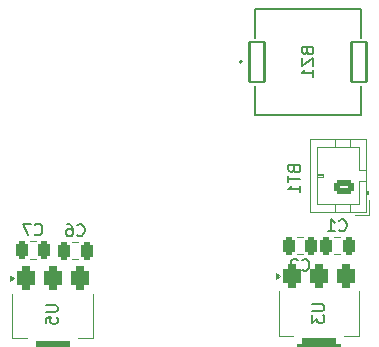
<source format=gbr>
%TF.GenerationSoftware,KiCad,Pcbnew,8.0.8-8.0.8-0~ubuntu24.04.1*%
%TF.CreationDate,2025-07-30T22:16:22-04:00*%
%TF.ProjectId,electronics,656c6563-7472-46f6-9e69-63732e6b6963,rev?*%
%TF.SameCoordinates,Original*%
%TF.FileFunction,Legend,Bot*%
%TF.FilePolarity,Positive*%
%FSLAX46Y46*%
G04 Gerber Fmt 4.6, Leading zero omitted, Abs format (unit mm)*
G04 Created by KiCad (PCBNEW 8.0.8-8.0.8-0~ubuntu24.04.1) date 2025-07-30 22:16:22*
%MOMM*%
%LPD*%
G01*
G04 APERTURE LIST*
G04 Aperture macros list*
%AMRoundRect*
0 Rectangle with rounded corners*
0 $1 Rounding radius*
0 $2 $3 $4 $5 $6 $7 $8 $9 X,Y pos of 4 corners*
0 Add a 4 corners polygon primitive as box body*
4,1,4,$2,$3,$4,$5,$6,$7,$8,$9,$2,$3,0*
0 Add four circle primitives for the rounded corners*
1,1,$1+$1,$2,$3*
1,1,$1+$1,$4,$5*
1,1,$1+$1,$6,$7*
1,1,$1+$1,$8,$9*
0 Add four rect primitives between the rounded corners*
20,1,$1+$1,$2,$3,$4,$5,0*
20,1,$1+$1,$4,$5,$6,$7,0*
20,1,$1+$1,$6,$7,$8,$9,0*
20,1,$1+$1,$8,$9,$2,$3,0*%
G04 Aperture macros list end*
%ADD10C,0.150000*%
%ADD11C,0.120000*%
%ADD12C,0.127000*%
%ADD13C,0.200000*%
%ADD14RoundRect,0.250000X0.250000X0.475000X-0.250000X0.475000X-0.250000X-0.475000X0.250000X-0.475000X0*%
%ADD15RoundRect,0.250000X-0.250000X-0.475000X0.250000X-0.475000X0.250000X0.475000X-0.250000X0.475000X0*%
%ADD16C,0.650000*%
%ADD17RoundRect,0.375000X-0.375000X0.625000X-0.375000X-0.625000X0.375000X-0.625000X0.375000X0.625000X0*%
%ADD18RoundRect,0.500000X-1.400000X0.500000X-1.400000X-0.500000X1.400000X-0.500000X1.400000X0.500000X0*%
%ADD19RoundRect,0.250000X0.625000X-0.350000X0.625000X0.350000X-0.625000X0.350000X-0.625000X-0.350000X0*%
%ADD20O,1.750000X1.200000*%
%ADD21RoundRect,0.102000X-0.650000X-1.700000X0.650000X-1.700000X0.650000X1.700000X-0.650000X1.700000X0*%
G04 APERTURE END LIST*
D10*
X130536666Y-98139580D02*
X130584285Y-98187200D01*
X130584285Y-98187200D02*
X130727142Y-98234819D01*
X130727142Y-98234819D02*
X130822380Y-98234819D01*
X130822380Y-98234819D02*
X130965237Y-98187200D01*
X130965237Y-98187200D02*
X131060475Y-98091961D01*
X131060475Y-98091961D02*
X131108094Y-97996723D01*
X131108094Y-97996723D02*
X131155713Y-97806247D01*
X131155713Y-97806247D02*
X131155713Y-97663390D01*
X131155713Y-97663390D02*
X131108094Y-97472914D01*
X131108094Y-97472914D02*
X131060475Y-97377676D01*
X131060475Y-97377676D02*
X130965237Y-97282438D01*
X130965237Y-97282438D02*
X130822380Y-97234819D01*
X130822380Y-97234819D02*
X130727142Y-97234819D01*
X130727142Y-97234819D02*
X130584285Y-97282438D01*
X130584285Y-97282438D02*
X130536666Y-97330057D01*
X130203332Y-97234819D02*
X129536666Y-97234819D01*
X129536666Y-97234819D02*
X129965237Y-98234819D01*
X134126666Y-98199580D02*
X134174285Y-98247200D01*
X134174285Y-98247200D02*
X134317142Y-98294819D01*
X134317142Y-98294819D02*
X134412380Y-98294819D01*
X134412380Y-98294819D02*
X134555237Y-98247200D01*
X134555237Y-98247200D02*
X134650475Y-98151961D01*
X134650475Y-98151961D02*
X134698094Y-98056723D01*
X134698094Y-98056723D02*
X134745713Y-97866247D01*
X134745713Y-97866247D02*
X134745713Y-97723390D01*
X134745713Y-97723390D02*
X134698094Y-97532914D01*
X134698094Y-97532914D02*
X134650475Y-97437676D01*
X134650475Y-97437676D02*
X134555237Y-97342438D01*
X134555237Y-97342438D02*
X134412380Y-97294819D01*
X134412380Y-97294819D02*
X134317142Y-97294819D01*
X134317142Y-97294819D02*
X134174285Y-97342438D01*
X134174285Y-97342438D02*
X134126666Y-97390057D01*
X133269523Y-97294819D02*
X133459999Y-97294819D01*
X133459999Y-97294819D02*
X133555237Y-97342438D01*
X133555237Y-97342438D02*
X133602856Y-97390057D01*
X133602856Y-97390057D02*
X133698094Y-97532914D01*
X133698094Y-97532914D02*
X133745713Y-97723390D01*
X133745713Y-97723390D02*
X133745713Y-98104342D01*
X133745713Y-98104342D02*
X133698094Y-98199580D01*
X133698094Y-98199580D02*
X133650475Y-98247200D01*
X133650475Y-98247200D02*
X133555237Y-98294819D01*
X133555237Y-98294819D02*
X133364761Y-98294819D01*
X133364761Y-98294819D02*
X133269523Y-98247200D01*
X133269523Y-98247200D02*
X133221904Y-98199580D01*
X133221904Y-98199580D02*
X133174285Y-98104342D01*
X133174285Y-98104342D02*
X133174285Y-97866247D01*
X133174285Y-97866247D02*
X133221904Y-97771009D01*
X133221904Y-97771009D02*
X133269523Y-97723390D01*
X133269523Y-97723390D02*
X133364761Y-97675771D01*
X133364761Y-97675771D02*
X133555237Y-97675771D01*
X133555237Y-97675771D02*
X133650475Y-97723390D01*
X133650475Y-97723390D02*
X133698094Y-97771009D01*
X133698094Y-97771009D02*
X133745713Y-97866247D01*
X153166666Y-101139580D02*
X153214285Y-101187200D01*
X153214285Y-101187200D02*
X153357142Y-101234819D01*
X153357142Y-101234819D02*
X153452380Y-101234819D01*
X153452380Y-101234819D02*
X153595237Y-101187200D01*
X153595237Y-101187200D02*
X153690475Y-101091961D01*
X153690475Y-101091961D02*
X153738094Y-100996723D01*
X153738094Y-100996723D02*
X153785713Y-100806247D01*
X153785713Y-100806247D02*
X153785713Y-100663390D01*
X153785713Y-100663390D02*
X153738094Y-100472914D01*
X153738094Y-100472914D02*
X153690475Y-100377676D01*
X153690475Y-100377676D02*
X153595237Y-100282438D01*
X153595237Y-100282438D02*
X153452380Y-100234819D01*
X153452380Y-100234819D02*
X153357142Y-100234819D01*
X153357142Y-100234819D02*
X153214285Y-100282438D01*
X153214285Y-100282438D02*
X153166666Y-100330057D01*
X152785713Y-100330057D02*
X152738094Y-100282438D01*
X152738094Y-100282438D02*
X152642856Y-100234819D01*
X152642856Y-100234819D02*
X152404761Y-100234819D01*
X152404761Y-100234819D02*
X152309523Y-100282438D01*
X152309523Y-100282438D02*
X152261904Y-100330057D01*
X152261904Y-100330057D02*
X152214285Y-100425295D01*
X152214285Y-100425295D02*
X152214285Y-100520533D01*
X152214285Y-100520533D02*
X152261904Y-100663390D01*
X152261904Y-100663390D02*
X152833332Y-101234819D01*
X152833332Y-101234819D02*
X152214285Y-101234819D01*
X156311666Y-97789580D02*
X156359285Y-97837200D01*
X156359285Y-97837200D02*
X156502142Y-97884819D01*
X156502142Y-97884819D02*
X156597380Y-97884819D01*
X156597380Y-97884819D02*
X156740237Y-97837200D01*
X156740237Y-97837200D02*
X156835475Y-97741961D01*
X156835475Y-97741961D02*
X156883094Y-97646723D01*
X156883094Y-97646723D02*
X156930713Y-97456247D01*
X156930713Y-97456247D02*
X156930713Y-97313390D01*
X156930713Y-97313390D02*
X156883094Y-97122914D01*
X156883094Y-97122914D02*
X156835475Y-97027676D01*
X156835475Y-97027676D02*
X156740237Y-96932438D01*
X156740237Y-96932438D02*
X156597380Y-96884819D01*
X156597380Y-96884819D02*
X156502142Y-96884819D01*
X156502142Y-96884819D02*
X156359285Y-96932438D01*
X156359285Y-96932438D02*
X156311666Y-96980057D01*
X155359285Y-97884819D02*
X155930713Y-97884819D01*
X155644999Y-97884819D02*
X155644999Y-96884819D01*
X155644999Y-96884819D02*
X155740237Y-97027676D01*
X155740237Y-97027676D02*
X155835475Y-97122914D01*
X155835475Y-97122914D02*
X155930713Y-97170533D01*
X154034819Y-104058095D02*
X154844342Y-104058095D01*
X154844342Y-104058095D02*
X154939580Y-104105714D01*
X154939580Y-104105714D02*
X154987200Y-104153333D01*
X154987200Y-104153333D02*
X155034819Y-104248571D01*
X155034819Y-104248571D02*
X155034819Y-104439047D01*
X155034819Y-104439047D02*
X154987200Y-104534285D01*
X154987200Y-104534285D02*
X154939580Y-104581904D01*
X154939580Y-104581904D02*
X154844342Y-104629523D01*
X154844342Y-104629523D02*
X154034819Y-104629523D01*
X154034819Y-105010476D02*
X154034819Y-105629523D01*
X154034819Y-105629523D02*
X154415771Y-105296190D01*
X154415771Y-105296190D02*
X154415771Y-105439047D01*
X154415771Y-105439047D02*
X154463390Y-105534285D01*
X154463390Y-105534285D02*
X154511009Y-105581904D01*
X154511009Y-105581904D02*
X154606247Y-105629523D01*
X154606247Y-105629523D02*
X154844342Y-105629523D01*
X154844342Y-105629523D02*
X154939580Y-105581904D01*
X154939580Y-105581904D02*
X154987200Y-105534285D01*
X154987200Y-105534285D02*
X155034819Y-105439047D01*
X155034819Y-105439047D02*
X155034819Y-105153333D01*
X155034819Y-105153333D02*
X154987200Y-105058095D01*
X154987200Y-105058095D02*
X154939580Y-105010476D01*
X152471009Y-92644285D02*
X152518628Y-92787142D01*
X152518628Y-92787142D02*
X152566247Y-92834761D01*
X152566247Y-92834761D02*
X152661485Y-92882380D01*
X152661485Y-92882380D02*
X152804342Y-92882380D01*
X152804342Y-92882380D02*
X152899580Y-92834761D01*
X152899580Y-92834761D02*
X152947200Y-92787142D01*
X152947200Y-92787142D02*
X152994819Y-92691904D01*
X152994819Y-92691904D02*
X152994819Y-92310952D01*
X152994819Y-92310952D02*
X151994819Y-92310952D01*
X151994819Y-92310952D02*
X151994819Y-92644285D01*
X151994819Y-92644285D02*
X152042438Y-92739523D01*
X152042438Y-92739523D02*
X152090057Y-92787142D01*
X152090057Y-92787142D02*
X152185295Y-92834761D01*
X152185295Y-92834761D02*
X152280533Y-92834761D01*
X152280533Y-92834761D02*
X152375771Y-92787142D01*
X152375771Y-92787142D02*
X152423390Y-92739523D01*
X152423390Y-92739523D02*
X152471009Y-92644285D01*
X152471009Y-92644285D02*
X152471009Y-92310952D01*
X151994819Y-93168095D02*
X151994819Y-93739523D01*
X152994819Y-93453809D02*
X151994819Y-93453809D01*
X152994819Y-94596666D02*
X152994819Y-94025238D01*
X152994819Y-94310952D02*
X151994819Y-94310952D01*
X151994819Y-94310952D02*
X152137676Y-94215714D01*
X152137676Y-94215714D02*
X152232914Y-94120476D01*
X152232914Y-94120476D02*
X152280533Y-94025238D01*
X153591009Y-82649047D02*
X153638628Y-82791904D01*
X153638628Y-82791904D02*
X153686247Y-82839523D01*
X153686247Y-82839523D02*
X153781485Y-82887142D01*
X153781485Y-82887142D02*
X153924342Y-82887142D01*
X153924342Y-82887142D02*
X154019580Y-82839523D01*
X154019580Y-82839523D02*
X154067200Y-82791904D01*
X154067200Y-82791904D02*
X154114819Y-82696666D01*
X154114819Y-82696666D02*
X154114819Y-82315714D01*
X154114819Y-82315714D02*
X153114819Y-82315714D01*
X153114819Y-82315714D02*
X153114819Y-82649047D01*
X153114819Y-82649047D02*
X153162438Y-82744285D01*
X153162438Y-82744285D02*
X153210057Y-82791904D01*
X153210057Y-82791904D02*
X153305295Y-82839523D01*
X153305295Y-82839523D02*
X153400533Y-82839523D01*
X153400533Y-82839523D02*
X153495771Y-82791904D01*
X153495771Y-82791904D02*
X153543390Y-82744285D01*
X153543390Y-82744285D02*
X153591009Y-82649047D01*
X153591009Y-82649047D02*
X153591009Y-82315714D01*
X153114819Y-83220476D02*
X153114819Y-83887142D01*
X153114819Y-83887142D02*
X154114819Y-83220476D01*
X154114819Y-83220476D02*
X154114819Y-83887142D01*
X154114819Y-84791904D02*
X154114819Y-84220476D01*
X154114819Y-84506190D02*
X153114819Y-84506190D01*
X153114819Y-84506190D02*
X153257676Y-84410952D01*
X153257676Y-84410952D02*
X153352914Y-84315714D01*
X153352914Y-84315714D02*
X153400533Y-84220476D01*
X131464819Y-104148095D02*
X132274342Y-104148095D01*
X132274342Y-104148095D02*
X132369580Y-104195714D01*
X132369580Y-104195714D02*
X132417200Y-104243333D01*
X132417200Y-104243333D02*
X132464819Y-104338571D01*
X132464819Y-104338571D02*
X132464819Y-104529047D01*
X132464819Y-104529047D02*
X132417200Y-104624285D01*
X132417200Y-104624285D02*
X132369580Y-104671904D01*
X132369580Y-104671904D02*
X132274342Y-104719523D01*
X132274342Y-104719523D02*
X131464819Y-104719523D01*
X131464819Y-105671904D02*
X131464819Y-105195714D01*
X131464819Y-105195714D02*
X131941009Y-105148095D01*
X131941009Y-105148095D02*
X131893390Y-105195714D01*
X131893390Y-105195714D02*
X131845771Y-105290952D01*
X131845771Y-105290952D02*
X131845771Y-105529047D01*
X131845771Y-105529047D02*
X131893390Y-105624285D01*
X131893390Y-105624285D02*
X131941009Y-105671904D01*
X131941009Y-105671904D02*
X132036247Y-105719523D01*
X132036247Y-105719523D02*
X132274342Y-105719523D01*
X132274342Y-105719523D02*
X132369580Y-105671904D01*
X132369580Y-105671904D02*
X132417200Y-105624285D01*
X132417200Y-105624285D02*
X132464819Y-105529047D01*
X132464819Y-105529047D02*
X132464819Y-105290952D01*
X132464819Y-105290952D02*
X132417200Y-105195714D01*
X132417200Y-105195714D02*
X132369580Y-105148095D01*
D11*
%TO.C,C7*%
X130108748Y-100195000D02*
X130631252Y-100195000D01*
X130108748Y-98725000D02*
X130631252Y-98725000D01*
%TO.C,C6*%
X133698748Y-100255000D02*
X134221252Y-100255000D01*
X133698748Y-98785000D02*
X134221252Y-98785000D01*
%TO.C,C2*%
X153261252Y-98365000D02*
X152738748Y-98365000D01*
X153261252Y-99835000D02*
X152738748Y-99835000D01*
%TO.C,C1*%
X155883748Y-99845000D02*
X156406252Y-99845000D01*
X155883748Y-98375000D02*
X156406252Y-98375000D01*
%TO.C,U3*%
X151170000Y-106730000D02*
X151170000Y-102970000D01*
X152430000Y-106730000D02*
X151170000Y-106730000D01*
X156730000Y-106730000D02*
X157990000Y-106730000D01*
X157990000Y-106730000D02*
X157990000Y-102970000D01*
X151270000Y-101690000D02*
X150940000Y-101930000D01*
X150940000Y-101450000D01*
X151270000Y-101690000D01*
G36*
X151270000Y-101690000D02*
G01*
X150940000Y-101930000D01*
X150940000Y-101450000D01*
X151270000Y-101690000D01*
G37*
%TO.C,BT1*%
X153840000Y-90100000D02*
X153840000Y-96220000D01*
X153840000Y-96220000D02*
X158560000Y-96220000D01*
X154450000Y-90710000D02*
X154450000Y-95610000D01*
X154450000Y-93060000D02*
X154950000Y-93060000D01*
X154450000Y-95610000D02*
X157950000Y-95610000D01*
X154950000Y-93060000D02*
X154950000Y-93260000D01*
X154950000Y-93160000D02*
X154450000Y-93160000D01*
X154950000Y-93260000D02*
X154450000Y-93260000D01*
X155950000Y-90710000D02*
X155950000Y-90100000D01*
X155950000Y-95610000D02*
X155950000Y-96220000D01*
X157250000Y-90710000D02*
X157250000Y-90100000D01*
X157250000Y-95610000D02*
X157250000Y-96220000D01*
X157610000Y-96520000D02*
X158860000Y-96520000D01*
X157950000Y-90710000D02*
X154450000Y-90710000D01*
X157950000Y-92660000D02*
X157950000Y-90710000D01*
X157950000Y-93660000D02*
X158560000Y-93660000D01*
X157950000Y-95610000D02*
X157950000Y-93660000D01*
X158560000Y-90100000D02*
X153840000Y-90100000D01*
X158560000Y-92660000D02*
X157950000Y-92660000D01*
X158560000Y-94760000D02*
X158760000Y-94760000D01*
X158560000Y-96220000D02*
X158560000Y-90100000D01*
X158660000Y-94760000D02*
X158660000Y-94460000D01*
X158760000Y-94460000D02*
X158560000Y-94460000D01*
X158760000Y-94760000D02*
X158760000Y-94460000D01*
X158860000Y-96520000D02*
X158860000Y-95270000D01*
D12*
%TO.C,BZ1*%
X149160000Y-79030000D02*
X158160000Y-79030000D01*
X149160000Y-81510000D02*
X149160000Y-79030000D01*
X149160000Y-88030000D02*
X149160000Y-85550000D01*
X158160000Y-79030000D02*
X158160000Y-81510000D01*
X158160000Y-85550000D02*
X158160000Y-88030000D01*
X158160000Y-88030000D02*
X149160000Y-88030000D01*
D13*
X148060000Y-83530000D02*
G75*
G02*
X147860000Y-83530000I-100000J0D01*
G01*
X147860000Y-83530000D02*
G75*
G02*
X148060000Y-83530000I100000J0D01*
G01*
D11*
%TO.C,U5*%
X128640000Y-106920000D02*
X128640000Y-103160000D01*
X129900000Y-106920000D02*
X128640000Y-106920000D01*
X134200000Y-106920000D02*
X135460000Y-106920000D01*
X135460000Y-106920000D02*
X135460000Y-103160000D01*
X128740000Y-101880000D02*
X128410000Y-102120000D01*
X128410000Y-101640000D01*
X128740000Y-101880000D01*
G36*
X128740000Y-101880000D02*
G01*
X128410000Y-102120000D01*
X128410000Y-101640000D01*
X128740000Y-101880000D01*
G37*
%TD*%
%LPC*%
D14*
%TO.C,C7*%
X131320000Y-99460000D03*
X129420000Y-99460000D03*
%TD*%
%TO.C,C6*%
X134910000Y-99520000D03*
X133010000Y-99520000D03*
%TD*%
D15*
%TO.C,C2*%
X152050000Y-99100000D03*
X153950000Y-99100000D03*
%TD*%
D14*
%TO.C,C1*%
X157095000Y-99110000D03*
X155195000Y-99110000D03*
%TD*%
D16*
%TO.C,J1*%
X140080000Y-103095000D03*
X145860000Y-103095000D03*
%TD*%
D17*
%TO.C,U3*%
X152280000Y-101670000D03*
X154580000Y-101670000D03*
D18*
X154580000Y-107970000D03*
D17*
X156880000Y-101670000D03*
%TD*%
D19*
%TO.C,BT1*%
X156750000Y-94160000D03*
D20*
X156750000Y-92160000D03*
%TD*%
D21*
%TO.C,BZ1*%
X149310000Y-83530000D03*
X158010000Y-83530000D03*
%TD*%
D17*
%TO.C,U5*%
X129750000Y-101860000D03*
X132050000Y-101860000D03*
D18*
X132050000Y-108160000D03*
D17*
X134350000Y-101860000D03*
%TD*%
%LPD*%
M02*

</source>
